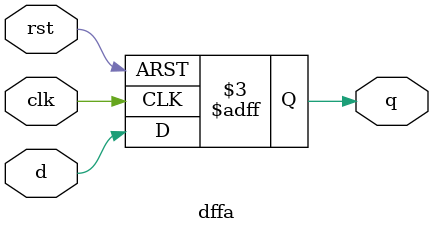
<source format=v>


`timescale 1ns/10ps

module dffa (
    q,
    d,
    clk,
    rst
);


output q;
reg q;
input d;
input clk;
input rst;




always @(posedge clk, negedge rst) begin: DFFA_LOGIC
    if (rst == 0) begin
        q <= 0;
    end
    else begin
        q <= d;
    end
end

endmodule

</source>
